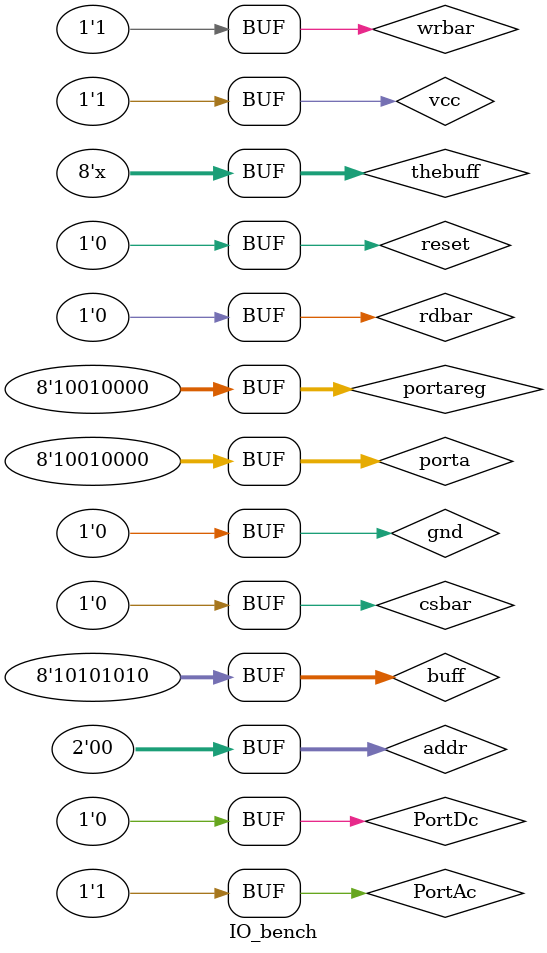
<source format=v>
module chip(PortA,PortB,PortC_upper,PortC_lower,PortD,Vcc,Gnd,Addresslines,CSbar,RDbar,WRbar,RESET
    );
	 //define the pins of the chip
inout wire[7:0] PortA,PortB,PortD;
inout wire[3:0] PortC_upper,PortC_lower;
input Vcc,Gnd,CSbar,RDbar,WRbar,RESET;
input wire[1:0] Addresslines;
//define registers to deal with in an always block
reg[7:0] PortA_REG,PortB_REG,PortD_REG;
reg[3:0] PortC_upper_REG,PortC_lower_REG;
//define some variables to control whether inout pins are read(in) or write(out) ,1 for read and 0 for write 
reg a,b,cu,cl,d; //should they be initialized??
integer select;
reg [7:0] PortD_IO  ; 
//assign the registers to the wires
assign PortA = (a==0)? PortA_REG : 8'bzzzzzzzz;
assign PortB = (b==0)? PortB_REG : 8'bzzzzzzzz;
assign PortC_upper = (cu==0)? PortC_upper_REG : 4'bzzzz;
assign PortC_lower = (cl==0)? PortC_lower_REG : 4'bzzzz;
 // 1st edit  
//reg [7:0]PortC_REG  ; 

///assign PortC_upper = PortC_REG[7:4] ; 
//assign PortC_lower = PortC_REG[3:0] ; 



always @ (PortA,PortB,PortC_upper,PortC_lower,PortD,Vcc,Gnd,Addresslines,CSbar,RDbar,WRbar,RESET)

begin
  if(RESET == 0)
  begin
	   if(Vcc==1&&Gnd==0&&CSbar==0)
	   begin
		     if(Addresslines==2'b00)
		     begin //PortA selected 
			  //mode = 1 ; 
				    if (RDbar==0&&WRbar==1)
				    begin
					 	
				         a=1; //not (i'm sure) sure if this line should be written
				         PortD_REG=PortA;
					  
				    end
					 if (RDbar==1&&WRbar==0)
				    begin
				    a=0;
					 // 2nd edit
					 PortD_REG = PortD ; 
				    PortA_REG=PortD_REG;
				    end
			 end
		
		
		    if(Addresslines==2'b01)
		    begin //PortB selected 
			 //mode = 1 ;
				    if (RDbar==0&&WRbar==1)
				    begin
					  
					 
				    b=1;//not (i'm sure)sure if this line should be written 
				    PortD_REG=PortB;
				    end
					 
					 if (RDbar==1&&WRbar==0)
				    begin
					 b=0 ; 
					 //3rd edit 
					 PortD_REG = PortD ; 
				    PortB_REG=PortD_REG;
				    
				    end
			end
				
				
			if(Addresslines==2'b10)
		   begin //PortC selected 
				    if (RDbar==0&&WRbar==1)
				    begin
					   
				    cu=1;cl=1;//not (i'm sure)sure if this line should be written
					 
				    PortD_REG={PortC_upper,PortC_lower};
				    end
					 
					 if (RDbar==1&&WRbar==0)
				    begin
				    cu=0;cl=0;
					
					 // 4th edit
					 PortD_REG = PortD ;
				    PortC_upper_REG=PortD_REG[7:4];
					 PortC_lower_REG=PortD_REG[3:0];
				    end
			end
		
		   if(Addresslines==2'b11)
		   begin //PortD
				
				
				//check the mode
				    if (PortD[7]==0) //BSR mode
					// mode = 0 ; 
				    begin
				    cu=0;cl=0;
					 				 
				      // if(PortD[3]==0) begin select={PortD[3],PortD[2],PortD[1]}; PortC_lower_REG[select]=PortD[0];end
						 
						 // if(PortD[3]==1) begin select={PortD[3],PortD[2],PortD[1]}; PortC_upper_REG[select]=PortD[0];end
						 				 
				       if(PortD[3]==0) begin select={PortD[3],PortD[2],PortD[1]}; PortC_lower_REG[select]=PortD[0];end
						 if(PortD[3]==1) begin select={PortD[3],PortD[2],PortD[1]}; PortC_upper_REG[select-4]=PortD[0];end
						 
						
						 
						
						 
				    end
					 // 5th edit 
					  if (PortD[7]==1) //I/O mode
				     begin
					  //mode = 1 ; 
				     a=PortD[4];
					  b=PortD[1];
					  cu=PortD[3];
					  cl=PortD[0];
				     end
			end
		
		
		
		
		end
	end
	else //if reset == 1
	begin 
	a=1;b=1;cu=1;cl=1;d=1;
	end
end
endmodule
module IO_bench() ; 

wire [7:0]porta ; 
wire [7:0]portb ; 
wire [7:4]portcup ; 
wire [3:0]portclow ; 
reg [7:0]buff ;
wire [7:0]thebuff ;
  
reg [7:0]portcreg ; 
reg [7:0]portareg;
reg [7:0]portbreg;
reg [2:0] select  ; 
reg [1:0]addr ; 
reg vcc , gnd , csbar , rdbar, wrbar , reset ; 
reg PortAc, PortBc, PortCLc, PortCUc,PortDc;

//assign thebuff = (d)? buff : 8'bzzzzzzzz;
assign thebuff = (PortDc)? buff:8'bzz ;
assign porta = (PortAc)? portareg:8'bzzzz_zzzz ; // 1: input && 0: output
//assign portb = (!PortAc)? portareg:8'bzz ; // 1: input && 0: output
//assign portc = (!PortAc)? portareg:8'bzz ; // 1: input && 0: output
//assign porta = (!PortAc)? portareg:8'bzz ; // 1: input && 0: output



initial 
begin
$monitor($time," rdbar: %b wrbar: %b addressLines: %b buff: %b  port_read: %b",rdbar,wrbar,addr,thebuff ,porta ) ; 
#5
reset = 1 ;
#5
csbar = 0 ; 
reset = 0 ;
addr = 2'b11; 
vcc = 1 ; 
gnd = 0 ; 
rdbar = 1 ; 
wrbar = 0 ; 
PortDc = 1;
buff = 8'b1000_0000 ;

#5 // Write Ouput
csbar = 0 ; 
reset = 0 ;
addr = 2'b00; 
vcc = 1 ; 
gnd = 0 ; 
rdbar = 1 ; 
wrbar = 0 ; 
PortAc = 0;
buff = 8'b1010_1010;
PortDc = 1;

#5 // Read input
csbar = 0 ; 
reset = 0 ;
addr = 2'b00; 
vcc = 1 ; 
gnd = 0 ; 
rdbar = 0 ; 
wrbar = 1 ; 
PortAc = 1;
PortDc = 0;
portareg=8'b1001_0000;

//#5
//PortAc = 1;
//portareg = 8'b1111_1010;  
 //buff=portareg;

 
 
end
chip  a(porta,portb,portcup,portclow,thebuff,vcc,gnd,addr,csbar,rdbar,wrbar,reset
    );

endmodule 
</source>
